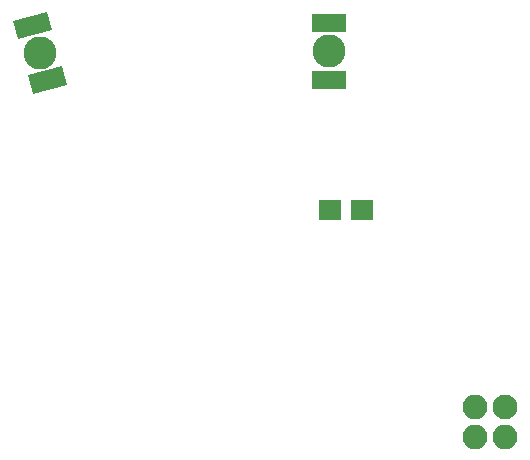
<source format=gbs>
G04 #@! TF.FileFunction,Soldermask,Bot*
%FSLAX46Y46*%
G04 Gerber Fmt 4.6, Leading zero omitted, Abs format (unit mm)*
G04 Created by KiCad (PCBNEW 4.0.7) date 07/16/18 22:17:09*
%MOMM*%
%LPD*%
G01*
G04 APERTURE LIST*
%ADD10C,0.100000*%
%ADD11C,2.800000*%
%ADD12R,3.000000X1.600000*%
%ADD13R,1.900000X1.700000*%
%ADD14C,2.100000*%
%ADD15O,2.100000X2.100000*%
G04 APERTURE END LIST*
D10*
D11*
X130683000Y-85902800D03*
D12*
X130683000Y-83502800D03*
X130683000Y-88302800D03*
D11*
X106197400Y-86004400D03*
D10*
G36*
X107232178Y-84070690D02*
X104334400Y-84847147D01*
X103920290Y-83301666D01*
X106818068Y-82525209D01*
X107232178Y-84070690D01*
X107232178Y-84070690D01*
G37*
G36*
X108474510Y-88707134D02*
X105576732Y-89483591D01*
X105162622Y-87938110D01*
X108060400Y-87161653D01*
X108474510Y-88707134D01*
X108474510Y-88707134D01*
G37*
D13*
X133430000Y-99314000D03*
X130730000Y-99314000D03*
D14*
X145592800Y-115976400D03*
D15*
X145592800Y-118516400D03*
X143052800Y-115976400D03*
X143052800Y-118516400D03*
M02*

</source>
